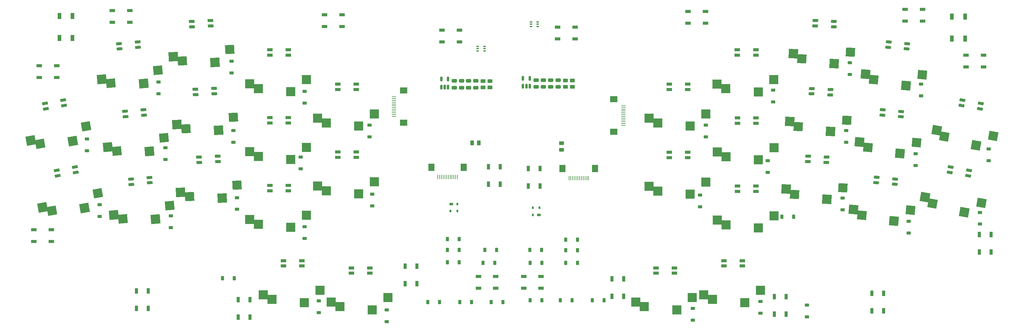
<source format=gbr>
%TF.GenerationSoftware,KiCad,Pcbnew,(7.0.0)*%
%TF.CreationDate,2023-02-20T10:05:00+01:00*%
%TF.ProjectId,wired-split,77697265-642d-4737-906c-69742e6b6963,rev?*%
%TF.SameCoordinates,Original*%
%TF.FileFunction,Paste,Bot*%
%TF.FilePolarity,Positive*%
%FSLAX46Y46*%
G04 Gerber Fmt 4.6, Leading zero omitted, Abs format (unit mm)*
G04 Created by KiCad (PCBNEW (7.0.0)) date 2023-02-20 10:05:00*
%MOMM*%
%LPD*%
G01*
G04 APERTURE LIST*
G04 Aperture macros list*
%AMRoundRect*
0 Rectangle with rounded corners*
0 $1 Rounding radius*
0 $2 $3 $4 $5 $6 $7 $8 $9 X,Y pos of 4 corners*
0 Add a 4 corners polygon primitive as box body*
4,1,4,$2,$3,$4,$5,$6,$7,$8,$9,$2,$3,0*
0 Add four circle primitives for the rounded corners*
1,1,$1+$1,$2,$3*
1,1,$1+$1,$4,$5*
1,1,$1+$1,$6,$7*
1,1,$1+$1,$8,$9*
0 Add four rect primitives between the rounded corners*
20,1,$1+$1,$2,$3,$4,$5,0*
20,1,$1+$1,$4,$5,$6,$7,0*
20,1,$1+$1,$6,$7,$8,$9,0*
20,1,$1+$1,$8,$9,$2,$3,0*%
%AMRotRect*
0 Rectangle, with rotation*
0 The origin of the aperture is its center*
0 $1 length*
0 $2 width*
0 $3 Rotation angle, in degrees counterclockwise*
0 Add horizontal line*
21,1,$1,$2,0,0,$3*%
G04 Aperture macros list end*
%ADD10RoundRect,0.082000X-0.699850X0.365128X-0.734182X-0.289973X0.699850X-0.365128X0.734182X0.289973X0*%
%ADD11RoundRect,0.082000X-0.718000X0.328000X-0.718000X-0.328000X0.718000X-0.328000X0.718000X0.328000X0*%
%ADD12RoundRect,0.082000X-0.734182X0.289973X-0.699850X-0.365128X0.734182X-0.289973X0.699850X0.365128X0*%
%ADD13RoundRect,0.082000X-0.686681X0.389330X-0.743855X-0.264174X0.686681X-0.389330X0.743855X0.264174X0*%
%ADD14RoundRect,0.082000X-0.743855X0.264174X-0.686681X-0.389330X0.743855X-0.264174X0.686681X0.389330X0*%
%ADD15RoundRect,0.082000X-0.650135X0.447696X-0.764049X-0.198338X0.650135X-0.447696X0.764049X0.198338X0*%
%ADD16RoundRect,0.082000X-0.764049X0.198338X-0.650135X-0.447696X0.764049X-0.198338X0.650135X0.447696X0*%
%ADD17RotRect,2.550000X2.500000X170.000000*%
%ADD18RotRect,2.600000X2.600000X170.000000*%
%ADD19RotRect,2.550000X2.500000X185.000000*%
%ADD20RotRect,2.600000X2.600000X185.000000*%
%ADD21RotRect,2.550000X2.500000X183.000000*%
%ADD22RotRect,2.600000X2.600000X183.000000*%
%ADD23R,2.550000X2.500000*%
%ADD24R,2.600000X2.600000*%
%ADD25RotRect,2.550000X2.500000X175.000000*%
%ADD26RotRect,2.600000X2.600000X175.000000*%
%ADD27RotRect,2.550000X2.500000X177.000000*%
%ADD28RotRect,2.600000X2.600000X177.000000*%
%ADD29RotRect,2.550000X2.500000X190.000000*%
%ADD30RotRect,2.600000X2.600000X190.000000*%
%ADD31RoundRect,0.225000X-0.375000X0.225000X-0.375000X-0.225000X0.375000X-0.225000X0.375000X0.225000X0*%
%ADD32RoundRect,0.250000X-0.450000X0.262500X-0.450000X-0.262500X0.450000X-0.262500X0.450000X0.262500X0*%
%ADD33RoundRect,0.225000X-0.225000X-0.375000X0.225000X-0.375000X0.225000X0.375000X-0.225000X0.375000X0*%
%ADD34RoundRect,0.250000X0.475000X-0.250000X0.475000X0.250000X-0.475000X0.250000X-0.475000X-0.250000X0*%
%ADD35R,0.900000X1.500000*%
%ADD36RoundRect,0.250000X-0.475000X0.250000X-0.475000X-0.250000X0.475000X-0.250000X0.475000X0.250000X0*%
%ADD37R,1.500000X0.900000*%
%ADD38RoundRect,0.225000X0.225000X0.375000X-0.225000X0.375000X-0.225000X-0.375000X0.225000X-0.375000X0*%
%ADD39R,0.650000X0.400000*%
%ADD40R,0.280000X1.250000*%
%ADD41R,1.800000X2.000000*%
%ADD42R,1.250000X0.280000*%
%ADD43R,2.000000X1.800000*%
%ADD44R,1.000000X0.700000*%
%ADD45R,0.600000X0.700000*%
%ADD46RoundRect,0.250000X0.450000X-0.262500X0.450000X0.262500X-0.450000X0.262500X-0.450000X-0.262500X0*%
%ADD47R,1.100000X1.800000*%
%ADD48RoundRect,0.250000X0.262500X0.450000X-0.262500X0.450000X-0.262500X-0.450000X0.262500X-0.450000X0*%
%ADD49RoundRect,0.150000X0.150000X-0.512500X0.150000X0.512500X-0.150000X0.512500X-0.150000X-0.512500X0*%
G04 APERTURE END LIST*
D10*
%TO.C,D84*%
X298290533Y-121139545D03*
X298212029Y-122637490D03*
X303404902Y-122909637D03*
X303483406Y-121411692D03*
%TD*%
D11*
%TO.C,D36*%
X147316505Y-129379287D03*
X147316505Y-130879287D03*
X152516505Y-130879287D03*
X152516505Y-129379287D03*
%TD*%
D10*
%TO.C,D62*%
X299325039Y-102142980D03*
X299246535Y-103640925D03*
X304439408Y-103913072D03*
X304517912Y-102415127D03*
%TD*%
D11*
%TO.C,D26*%
X147316505Y-91279287D03*
X147316505Y-92779287D03*
X152516505Y-92779287D03*
X152516505Y-91279287D03*
%TD*%
D10*
%TO.C,D68*%
X300331187Y-83061765D03*
X300252683Y-84559710D03*
X305445556Y-84831857D03*
X305524060Y-83333912D03*
%TD*%
D12*
%TO.C,D29*%
X125432950Y-83327350D03*
X125511454Y-84825295D03*
X130704327Y-84553148D03*
X130625823Y-83055203D03*
%TD*%
D11*
%TO.C,D33*%
X166366505Y-119965287D03*
X166366505Y-121465287D03*
X171566505Y-121465287D03*
X171566505Y-119965287D03*
%TD*%
D13*
%TO.C,D56*%
X317501872Y-127104689D03*
X317371138Y-128598981D03*
X322551351Y-129052191D03*
X322682084Y-127557899D03*
%TD*%
D14*
%TO.C,D23*%
X106694677Y-108555130D03*
X106825410Y-110049422D03*
X112005623Y-109596212D03*
X111874889Y-108101920D03*
%TD*%
D11*
%TO.C,D70*%
X255582505Y-152515903D03*
X255582505Y-154015903D03*
X260782505Y-154015903D03*
X260782505Y-152515903D03*
%TD*%
D14*
%TO.C,D32*%
X105024281Y-89528077D03*
X105155014Y-91022369D03*
X110335227Y-90569159D03*
X110204493Y-89074867D03*
%TD*%
D12*
%TO.C,D40*%
X127462714Y-121430780D03*
X127541218Y-122928725D03*
X132734091Y-122656578D03*
X132655587Y-121158633D03*
%TD*%
D11*
%TO.C,D30*%
X147316505Y-110329287D03*
X147316505Y-111829287D03*
X152516505Y-111829287D03*
X152516505Y-110329287D03*
%TD*%
D15*
%TO.C,D83*%
X338287670Y-124227760D03*
X338027197Y-125704971D03*
X343148198Y-126607942D03*
X343408670Y-125130730D03*
%TD*%
D11*
%TO.C,D31*%
X170184505Y-152509287D03*
X170184505Y-154009287D03*
X175384505Y-154009287D03*
X175384505Y-152509287D03*
%TD*%
%TO.C,D69*%
X278472351Y-110407938D03*
X278472351Y-111907938D03*
X283672351Y-111907938D03*
X283672351Y-110407938D03*
%TD*%
D15*
%TO.C,D81*%
X341594374Y-105432888D03*
X341333901Y-106910099D03*
X346454902Y-107813070D03*
X346715374Y-106335858D03*
%TD*%
D12*
%TO.C,D27*%
X126452090Y-102377149D03*
X126530594Y-103875094D03*
X131723467Y-103602947D03*
X131644963Y-102105002D03*
%TD*%
D11*
%TO.C,D82*%
X278463509Y-129514011D03*
X278463509Y-131014011D03*
X283663509Y-131014011D03*
X283663509Y-129514011D03*
%TD*%
D16*
%TO.C,D39*%
X87539636Y-125125343D03*
X87800108Y-126602555D03*
X92921109Y-125699584D03*
X92660636Y-124222373D03*
%TD*%
D14*
%TO.C,D24*%
X108340439Y-127575363D03*
X108471172Y-129069655D03*
X113651385Y-128616445D03*
X113520651Y-127122153D03*
%TD*%
D11*
%TO.C,D22*%
X166366505Y-100915287D03*
X166366505Y-102415287D03*
X171566505Y-102415287D03*
X171566505Y-100915287D03*
%TD*%
%TO.C,D76*%
X259342504Y-120061217D03*
X259342504Y-121561217D03*
X264542504Y-121561217D03*
X264542504Y-120061217D03*
%TD*%
%TO.C,D61*%
X278422505Y-91285903D03*
X278422505Y-92785903D03*
X283622505Y-92785903D03*
X283622505Y-91285903D03*
%TD*%
D13*
%TO.C,D55*%
X319206808Y-108126314D03*
X319076074Y-109620606D03*
X324256287Y-110073816D03*
X324387020Y-108579524D03*
%TD*%
D11*
%TO.C,D63*%
X274662505Y-150477287D03*
X274662505Y-151977287D03*
X279862505Y-151977287D03*
X279862505Y-150477287D03*
%TD*%
D16*
%TO.C,D35*%
X84237636Y-106329343D03*
X84498108Y-107806555D03*
X89619109Y-106903584D03*
X89358636Y-105426373D03*
%TD*%
D11*
%TO.C,D54*%
X259342505Y-100921903D03*
X259342505Y-102421903D03*
X264542505Y-102421903D03*
X264542505Y-100921903D03*
%TD*%
D13*
%TO.C,D75*%
X320860517Y-89081410D03*
X320729783Y-90575702D03*
X325909996Y-91028912D03*
X326040729Y-89534620D03*
%TD*%
D11*
%TO.C,D28*%
X151134505Y-150477287D03*
X151134505Y-151977287D03*
X156334505Y-151977287D03*
X156334505Y-150477287D03*
%TD*%
D17*
%TO.C,SW22*%
X333197471Y-134411883D03*
D18*
X331035335Y-132676763D03*
D17*
X346898969Y-134245284D03*
D18*
X342024890Y-136851816D03*
%TD*%
D19*
%TO.C,SW6*%
X104413767Y-119709678D03*
D20*
X101876223Y-118593283D03*
D19*
X117605279Y-116002547D03*
D20*
X113571901Y-119781768D03*
%TD*%
D21*
%TO.C,SW11*%
X124793905Y-132498930D03*
D22*
X122296868Y-131294657D03*
D21*
X138106758Y-129254435D03*
D22*
X133943944Y-132890591D03*
%TD*%
D23*
%TO.C,SW13*%
X144072092Y-102192594D03*
D24*
X141641504Y-100859286D03*
D23*
X157536504Y-99649286D03*
D24*
X153189093Y-103062594D03*
%TD*%
D23*
%TO.C,SW3*%
X147890092Y-161390594D03*
D24*
X145459504Y-160057286D03*
D23*
X161354504Y-158847286D03*
D24*
X157007093Y-162260594D03*
%TD*%
D23*
%TO.C,SW33*%
X275227938Y-121321245D03*
D24*
X272797350Y-119987937D03*
D23*
X288692350Y-118777937D03*
D24*
X284344939Y-122191245D03*
%TD*%
D25*
%TO.C,SW25*%
X315023583Y-118715323D03*
D26*
X312718450Y-117175249D03*
D25*
X328658423Y-117355194D03*
D26*
X324030066Y-120376612D03*
%TD*%
D25*
%TO.C,SW26*%
X313318647Y-137693698D03*
D26*
X311013514Y-136153624D03*
D25*
X326953487Y-136333569D03*
D26*
X322325130Y-139354987D03*
%TD*%
D23*
%TO.C,SW34*%
X275219096Y-140427318D03*
D24*
X272788508Y-139094010D03*
D23*
X288683508Y-137884010D03*
D24*
X284336097Y-141297318D03*
%TD*%
D23*
%TO.C,SW19*%
X166940092Y-163422594D03*
D24*
X164509504Y-162089286D03*
D23*
X180404504Y-160879286D03*
D24*
X176057093Y-164292594D03*
%TD*%
D25*
%TO.C,SW24*%
X316677292Y-99670419D03*
D26*
X314372159Y-98130345D03*
D25*
X330312132Y-98310290D03*
D26*
X325683775Y-101331708D03*
%TD*%
D23*
%TO.C,SW23*%
X271418092Y-161390594D03*
D24*
X268987504Y-160057286D03*
D23*
X284882504Y-158847286D03*
D24*
X280535093Y-162260594D03*
%TD*%
D19*
%TO.C,SW7*%
X106059529Y-138729911D03*
D20*
X103521985Y-137613516D03*
D19*
X119251041Y-135022780D03*
D20*
X115217663Y-138802001D03*
%TD*%
D23*
%TO.C,SW38*%
X252338092Y-163429210D03*
D24*
X249907504Y-162095902D03*
D23*
X265802504Y-160885902D03*
D24*
X261455093Y-164299210D03*
%TD*%
D27*
%TO.C,SW29*%
X295513914Y-112871532D03*
D28*
X293156437Y-111412844D03*
D27*
X309092980Y-111036382D03*
D28*
X304572888Y-114217486D03*
%TD*%
D21*
%TO.C,SW10*%
X123783281Y-113445299D03*
D22*
X121286244Y-112241026D03*
D21*
X137096134Y-110200804D03*
D22*
X132933320Y-113836960D03*
%TD*%
D23*
%TO.C,SW36*%
X256098092Y-111835210D03*
D24*
X253667504Y-110501902D03*
D23*
X269562504Y-109291902D03*
D24*
X265215093Y-112705210D03*
%TD*%
D17*
%TO.C,SW4*%
X336504175Y-115617011D03*
D18*
X334342039Y-113881891D03*
D17*
X350205673Y-115450412D03*
D18*
X345331594Y-118056944D03*
%TD*%
D27*
%TO.C,SW28*%
X296520062Y-93790317D03*
D28*
X294162585Y-92331629D03*
D27*
X310099128Y-91955167D03*
D28*
X305579036Y-95136271D03*
%TD*%
D23*
%TO.C,SW18*%
X163122092Y-130878594D03*
D24*
X160691504Y-129545286D03*
D23*
X176586504Y-128335286D03*
D24*
X172239093Y-131748594D03*
%TD*%
D23*
%TO.C,SW32*%
X275178092Y-102199210D03*
D24*
X272747504Y-100865902D03*
D23*
X288642504Y-99655902D03*
D24*
X284295093Y-103069210D03*
%TD*%
D19*
%TO.C,SW5*%
X102743371Y-100682625D03*
D20*
X100205827Y-99566230D03*
D19*
X115934883Y-96975494D03*
D20*
X111901505Y-100754715D03*
%TD*%
D23*
%TO.C,SW17*%
X163122092Y-111828594D03*
D24*
X160691504Y-110495286D03*
D23*
X176586504Y-109285286D03*
D24*
X172239093Y-112698594D03*
%TD*%
D29*
%TO.C,SW1*%
X82937589Y-117640239D03*
D30*
X80312401Y-116749254D03*
D29*
X95755805Y-112797499D03*
D30*
X92067156Y-116913871D03*
%TD*%
D23*
%TO.C,SW14*%
X144072092Y-121242594D03*
D24*
X141641504Y-119909286D03*
D23*
X157536504Y-118699286D03*
D24*
X153189093Y-122112594D03*
%TD*%
D23*
%TO.C,SW15*%
X144072092Y-140292594D03*
D24*
X141641504Y-138959286D03*
D23*
X157536504Y-137749286D03*
D24*
X153189093Y-141162594D03*
%TD*%
D23*
%TO.C,SW37*%
X256098091Y-130974524D03*
D24*
X253667503Y-129641216D03*
D23*
X269562503Y-128431216D03*
D24*
X265215092Y-131844524D03*
%TD*%
D27*
%TO.C,SW30*%
X294479408Y-131868097D03*
D28*
X292121931Y-130409409D03*
D27*
X308058474Y-130032947D03*
D28*
X303538382Y-133214051D03*
%TD*%
D21*
%TO.C,SW9*%
X122764141Y-94395500D03*
D22*
X120267104Y-93191227D03*
D21*
X136076994Y-91151005D03*
D22*
X131914180Y-94787161D03*
%TD*%
D29*
%TO.C,SW2*%
X86239589Y-136436239D03*
D30*
X83614401Y-135545254D03*
D29*
X99057805Y-131593499D03*
D30*
X95369156Y-135709871D03*
%TD*%
D31*
%TO.C,D80*%
X297942000Y-162942000D03*
X297942000Y-166242000D03*
%TD*%
D32*
%TO.C,R4*%
X232185331Y-99850500D03*
X232185331Y-101675500D03*
%TD*%
D31*
%TO.C,D10*%
X137060505Y-113931287D03*
X137060505Y-117231287D03*
%TD*%
%TO.C,D14*%
X155956000Y-121414000D03*
X155956000Y-124714000D03*
%TD*%
D33*
%TO.C,D89*%
X230292505Y-144581287D03*
X233592505Y-144581287D03*
%TD*%
D34*
%TO.C,C1*%
X205060505Y-101881287D03*
X205060505Y-99981287D03*
%TD*%
D35*
%TO.C,D38*%
X109910504Y-158981286D03*
X113210504Y-158981286D03*
X113210504Y-163881286D03*
X109910504Y-163881286D03*
%TD*%
D36*
%TO.C,C4*%
X199060505Y-99981287D03*
X199060505Y-101881287D03*
%TD*%
D31*
%TO.C,D11*%
X138060505Y-132781287D03*
X138060505Y-136081287D03*
%TD*%
D33*
%TO.C,D90*%
X220224803Y-147475493D03*
X223524803Y-147475493D03*
%TD*%
D31*
%TO.C,D1*%
X96060505Y-116281287D03*
X96060505Y-119581287D03*
%TD*%
D37*
%TO.C,D95*%
X330392504Y-79931286D03*
X330392504Y-83231286D03*
X325492504Y-83231286D03*
X325492504Y-79931286D03*
%TD*%
D31*
%TO.C,D53*%
X284942505Y-161931287D03*
X284942505Y-165231287D03*
%TD*%
D38*
%TO.C,D45*%
X210892505Y-147431287D03*
X207592505Y-147431287D03*
%TD*%
D31*
%TO.C,D65*%
X308942505Y-113931287D03*
X308942505Y-117231287D03*
%TD*%
D39*
%TO.C,U2*%
X205610504Y-91581286D03*
X205610504Y-90931286D03*
X205610504Y-90281286D03*
X207510504Y-90281286D03*
X207510504Y-90931286D03*
X207510504Y-91581286D03*
%TD*%
D35*
%TO.C,D99*%
X346292504Y-143131286D03*
X349592504Y-143131286D03*
X349592504Y-148031286D03*
X346292504Y-148031286D03*
%TD*%
D40*
%TO.C,J4*%
X194423392Y-126999999D03*
X194923392Y-126999999D03*
X195423392Y-126999999D03*
X195923392Y-126999999D03*
X196423392Y-126999999D03*
X196923392Y-126999999D03*
X197423392Y-126999999D03*
X197923392Y-126999999D03*
X198423392Y-126999999D03*
X198923392Y-126999999D03*
X199423392Y-126999999D03*
X199923392Y-126999999D03*
D41*
X201723392Y-124275999D03*
X192623392Y-124275999D03*
%TD*%
D42*
%TO.C,J3*%
X182117999Y-104449999D03*
X182117999Y-104949999D03*
X182117999Y-105449999D03*
X182117999Y-105949999D03*
X182117999Y-106449999D03*
X182117999Y-106949999D03*
X182117999Y-107449999D03*
X182117999Y-107949999D03*
X182117999Y-108449999D03*
X182117999Y-108949999D03*
X182117999Y-109449999D03*
X182117999Y-109949999D03*
D43*
X184841999Y-111749999D03*
X184841999Y-102649999D03*
%TD*%
D31*
%TO.C,D47*%
X348942505Y-119081287D03*
X348942505Y-122381287D03*
%TD*%
D35*
%TO.C,D100*%
X316142504Y-159681286D03*
X319442504Y-159681286D03*
X319442504Y-164581286D03*
X316142504Y-164581286D03*
%TD*%
D31*
%TO.C,D72*%
X286942505Y-122431287D03*
X286942505Y-125731287D03*
%TD*%
%TO.C,D17*%
X175242505Y-112431287D03*
X175242505Y-115731287D03*
%TD*%
%TO.C,D18*%
X176060505Y-131781287D03*
X176060505Y-135081287D03*
%TD*%
D37*
%TO.C,D25*%
X108010504Y-80281286D03*
X108010504Y-83581286D03*
X103110504Y-83581286D03*
X103110504Y-80281286D03*
%TD*%
D31*
%TO.C,D71*%
X288442505Y-102581287D03*
X288442505Y-105881287D03*
%TD*%
D33*
%TO.C,D86*%
X230292505Y-147581287D03*
X233592505Y-147581287D03*
%TD*%
D42*
%TO.C,J8*%
X246471999Y-112477999D03*
X246471999Y-111977999D03*
X246471999Y-111477999D03*
X246471999Y-110977999D03*
X246471999Y-110477999D03*
X246471999Y-109977999D03*
X246471999Y-109477999D03*
X246471999Y-108977999D03*
X246471999Y-108477999D03*
X246471999Y-107977999D03*
X246471999Y-107477999D03*
X246471999Y-106977999D03*
D43*
X243747999Y-105177999D03*
X243747999Y-114277999D03*
%TD*%
D38*
%TO.C,D44*%
X200435053Y-144431287D03*
X197135053Y-144431287D03*
%TD*%
D32*
%TO.C,R6*%
X229153372Y-117496732D03*
X229153372Y-119321732D03*
%TD*%
D44*
%TO.C,D41*%
X198188504Y-134581286D03*
D45*
X199888504Y-134581286D03*
X199888504Y-136581286D03*
X197988504Y-136581286D03*
%TD*%
D31*
%TO.C,D66*%
X307942505Y-132931287D03*
X307942505Y-136231287D03*
%TD*%
D38*
%TO.C,D8*%
X212727902Y-162081287D03*
X209427902Y-162081287D03*
%TD*%
D46*
%TO.C,R2*%
X207060505Y-101843787D03*
X207060505Y-100018787D03*
%TD*%
D33*
%TO.C,D93*%
X220292505Y-151081287D03*
X223592505Y-151081287D03*
%TD*%
D31*
%TO.C,D9*%
X136560505Y-94431287D03*
X136560505Y-97731287D03*
%TD*%
D37*
%TO.C,D4*%
X195610504Y-89081286D03*
X195610504Y-85781286D03*
X200510504Y-85781286D03*
X200510504Y-89081286D03*
%TD*%
D38*
%TO.C,D74*%
X241092505Y-161581287D03*
X237792505Y-161581287D03*
%TD*%
D31*
%TO.C,D64*%
X309942505Y-94931287D03*
X309942505Y-98231287D03*
%TD*%
D38*
%TO.C,D42*%
X200435053Y-150931287D03*
X197135053Y-150931287D03*
%TD*%
D47*
%TO.C,SW40*%
X342292504Y-81937999D03*
X342292504Y-88137999D03*
X338592504Y-81937999D03*
X338592504Y-88137999D03*
%TD*%
D37*
%TO.C,D94*%
X223392504Y-154931286D03*
X223392504Y-158231286D03*
X218492504Y-158231286D03*
X218492504Y-154931286D03*
%TD*%
D34*
%TO.C,C6*%
X226060000Y-101693000D03*
X226060000Y-99793000D03*
%TD*%
D33*
%TO.C,D73*%
X290958000Y-138176000D03*
X294258000Y-138176000D03*
%TD*%
D35*
%TO.C,D91*%
X243292504Y-155631286D03*
X246592504Y-155631286D03*
X246592504Y-160531286D03*
X243292504Y-160531286D03*
%TD*%
D31*
%TO.C,D15*%
X157060505Y-140931287D03*
X157060505Y-144231287D03*
%TD*%
D39*
%TO.C,U9*%
X222442504Y-83431286D03*
X222442504Y-84081286D03*
X222442504Y-84731286D03*
X220542504Y-84731286D03*
X220542504Y-84081286D03*
X220542504Y-83431286D03*
%TD*%
D32*
%TO.C,R1*%
X209060505Y-100018787D03*
X209060505Y-101843787D03*
%TD*%
D34*
%TO.C,C2*%
X203060505Y-101881287D03*
X203060505Y-99981287D03*
%TD*%
D31*
%TO.C,D57*%
X329942505Y-100931287D03*
X329942505Y-104231287D03*
%TD*%
D35*
%TO.C,D96*%
X219792504Y-124631286D03*
X223092504Y-124631286D03*
X223092504Y-129531286D03*
X219792504Y-129531286D03*
%TD*%
D37*
%TO.C,D50*%
X210692504Y-154931286D03*
X210692504Y-158231286D03*
X205792504Y-158231286D03*
X205792504Y-154931286D03*
%TD*%
%TO.C,D37*%
X86010504Y-141781286D03*
X86010504Y-145081286D03*
X81110504Y-145081286D03*
X81110504Y-141781286D03*
%TD*%
D31*
%TO.C,D7*%
X119560505Y-137931287D03*
X119560505Y-141231287D03*
%TD*%
%TO.C,D3*%
X161060505Y-161781287D03*
X161060505Y-165081287D03*
%TD*%
D34*
%TO.C,C3*%
X201060505Y-101881287D03*
X201060505Y-99981287D03*
%TD*%
D33*
%TO.C,D20*%
X134060505Y-155431287D03*
X137360505Y-155431287D03*
%TD*%
D48*
%TO.C,R3*%
X205885505Y-117445287D03*
X204060505Y-117445287D03*
%TD*%
D36*
%TO.C,C8*%
X224028000Y-99793000D03*
X224028000Y-101693000D03*
%TD*%
D34*
%TO.C,C5*%
X228159464Y-101694939D03*
X228159464Y-99794939D03*
%TD*%
D31*
%TO.C,D78*%
X267942505Y-132081287D03*
X267942505Y-135381287D03*
%TD*%
D38*
%TO.C,D16*%
X194892505Y-162081287D03*
X191592505Y-162081287D03*
%TD*%
D35*
%TO.C,D51*%
X185260504Y-152031286D03*
X188560504Y-152031286D03*
X188560504Y-156931286D03*
X185260504Y-156931286D03*
%TD*%
D37*
%TO.C,D21*%
X167549999Y-81407999D03*
X167549999Y-84707999D03*
X162649999Y-84707999D03*
X162649999Y-81407999D03*
%TD*%
D49*
%TO.C,U8*%
X220215691Y-101530500D03*
X219265691Y-101530500D03*
X218315691Y-101530500D03*
X218315691Y-99255500D03*
X220215691Y-99255500D03*
%TD*%
D34*
%TO.C,C7*%
X222028000Y-101693000D03*
X222028000Y-99793000D03*
%TD*%
D38*
%TO.C,D46*%
X210392505Y-151081287D03*
X207092505Y-151081287D03*
%TD*%
D31*
%TO.C,D2*%
X99560505Y-134781287D03*
X99560505Y-138081287D03*
%TD*%
D35*
%TO.C,D52*%
X138410504Y-161481286D03*
X141710504Y-161481286D03*
X141710504Y-166381286D03*
X138410504Y-166381286D03*
%TD*%
%TO.C,D49*%
X208592504Y-124131286D03*
X211892504Y-124131286D03*
X211892504Y-129031286D03*
X208592504Y-129031286D03*
%TD*%
D33*
%TO.C,D85*%
X230292505Y-151081287D03*
X233592505Y-151081287D03*
%TD*%
D40*
%TO.C,J6*%
X231191395Y-127345999D03*
X231691395Y-127345999D03*
X232191395Y-127345999D03*
X232691395Y-127345999D03*
X233191395Y-127345999D03*
X233691395Y-127345999D03*
X234191395Y-127345999D03*
X234691395Y-127345999D03*
X235191395Y-127345999D03*
X235691395Y-127345999D03*
X236191395Y-127345999D03*
X236691395Y-127345999D03*
D41*
X238491395Y-124621999D03*
X229391395Y-124621999D03*
%TD*%
D31*
%TO.C,D77*%
X269592505Y-112431287D03*
X269592505Y-115731287D03*
%TD*%
D38*
%TO.C,D67*%
X232092505Y-161581287D03*
X228792505Y-161581287D03*
%TD*%
D49*
%TO.C,U3*%
X197303150Y-101752384D03*
X196353150Y-101752384D03*
X195403150Y-101752384D03*
X195403150Y-99477384D03*
X197303150Y-99477384D03*
%TD*%
D37*
%TO.C,D34*%
X87510504Y-95781286D03*
X87510504Y-99081286D03*
X82610504Y-99081286D03*
X82610504Y-95781286D03*
%TD*%
D38*
%TO.C,D60*%
X223592505Y-161581287D03*
X220292505Y-161581287D03*
%TD*%
%TO.C,D43*%
X200435053Y-147431287D03*
X197135053Y-147431287D03*
%TD*%
%TO.C,D12*%
X203892505Y-162081287D03*
X200592505Y-162081287D03*
%TD*%
D31*
%TO.C,D79*%
X265942505Y-163931287D03*
X265942505Y-167231287D03*
%TD*%
D35*
%TO.C,D87*%
X288792504Y-160631286D03*
X292092504Y-160631286D03*
X292092504Y-165531286D03*
X288792504Y-165531286D03*
%TD*%
D31*
%TO.C,D6*%
X118060505Y-118781287D03*
X118060505Y-122081287D03*
%TD*%
D46*
%TO.C,R5*%
X230185331Y-101675500D03*
X230185331Y-99850500D03*
%TD*%
D37*
%TO.C,D88*%
X232892504Y-84931286D03*
X232892504Y-88231286D03*
X227992504Y-88231286D03*
X227992504Y-84931286D03*
%TD*%
D31*
%TO.C,D5*%
X116060505Y-100281287D03*
X116060505Y-103581287D03*
%TD*%
D37*
%TO.C,D97*%
X347442504Y-92781286D03*
X347442504Y-96081286D03*
X342542504Y-96081286D03*
X342542504Y-92781286D03*
%TD*%
D31*
%TO.C,D48*%
X346442505Y-136931287D03*
X346442505Y-140231287D03*
%TD*%
D37*
%TO.C,D92*%
X269493999Y-80519999D03*
X269493999Y-83819999D03*
X264593999Y-83819999D03*
X264593999Y-80519999D03*
%TD*%
D44*
%TO.C,D98*%
X222745999Y-137651999D03*
D45*
X221045999Y-137651999D03*
X221045999Y-135651999D03*
X222945999Y-135651999D03*
%TD*%
D31*
%TO.C,D59*%
X326442505Y-139431287D03*
X326442505Y-142731287D03*
%TD*%
%TO.C,D58*%
X328442505Y-120431287D03*
X328442505Y-123731287D03*
%TD*%
%TO.C,D13*%
X157060505Y-102931287D03*
X157060505Y-106231287D03*
%TD*%
D47*
%TO.C,SW20*%
X88287999Y-87935999D03*
X88287999Y-81735999D03*
X91987999Y-87935999D03*
X91987999Y-81735999D03*
%TD*%
D31*
%TO.C,D19*%
X180060505Y-164281287D03*
X180060505Y-167581287D03*
%TD*%
M02*

</source>
